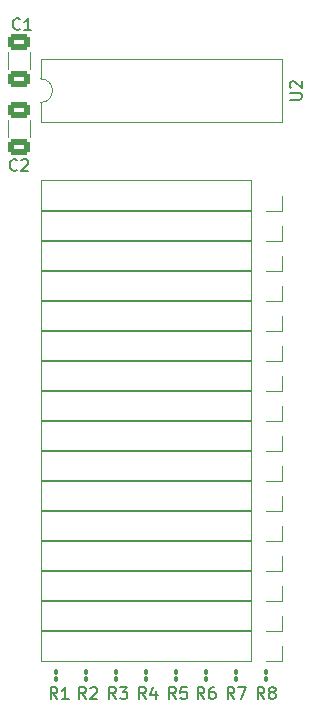
<source format=gto>
G04 #@! TF.GenerationSoftware,KiCad,Pcbnew,8.0.8-unknown-202502120121~a17639b16e~ubuntu24.04.1*
G04 #@! TF.CreationDate,2025-02-14T12:45:32-05:00*
G04 #@! TF.ProjectId,diode-matrix-rom-dip,64696f64-652d-46d6-9174-7269782d726f,v00*
G04 #@! TF.SameCoordinates,Original*
G04 #@! TF.FileFunction,Legend,Top*
G04 #@! TF.FilePolarity,Positive*
%FSLAX46Y46*%
G04 Gerber Fmt 4.6, Leading zero omitted, Abs format (unit mm)*
G04 Created by KiCad (PCBNEW 8.0.8-unknown-202502120121~a17639b16e~ubuntu24.04.1) date 2025-02-14 12:45:32*
%MOMM*%
%LPD*%
G01*
G04 APERTURE LIST*
G04 Aperture macros list*
%AMRoundRect*
0 Rectangle with rounded corners*
0 $1 Rounding radius*
0 $2 $3 $4 $5 $6 $7 $8 $9 X,Y pos of 4 corners*
0 Add a 4 corners polygon primitive as box body*
4,1,4,$2,$3,$4,$5,$6,$7,$8,$9,$2,$3,0*
0 Add four circle primitives for the rounded corners*
1,1,$1+$1,$2,$3*
1,1,$1+$1,$4,$5*
1,1,$1+$1,$6,$7*
1,1,$1+$1,$8,$9*
0 Add four rect primitives between the rounded corners*
20,1,$1+$1,$2,$3,$4,$5,0*
20,1,$1+$1,$4,$5,$6,$7,0*
20,1,$1+$1,$6,$7,$8,$9,0*
20,1,$1+$1,$8,$9,$2,$3,0*%
G04 Aperture macros list end*
%ADD10C,0.150000*%
%ADD11C,0.120000*%
%ADD12R,1.700000X1.700000*%
%ADD13O,1.700000X1.700000*%
%ADD14RoundRect,0.100000X-0.100000X0.130000X-0.100000X-0.130000X0.100000X-0.130000X0.100000X0.130000X0*%
%ADD15RoundRect,0.250000X-0.650000X0.412500X-0.650000X-0.412500X0.650000X-0.412500X0.650000X0.412500X0*%
%ADD16RoundRect,0.250000X0.650000X-0.412500X0.650000X0.412500X-0.650000X0.412500X-0.650000X-0.412500X0*%
%ADD17R,1.600000X1.600000*%
%ADD18O,1.600000X1.600000*%
G04 APERTURE END LIST*
D10*
X121880333Y-134058819D02*
X121547000Y-133582628D01*
X121308905Y-134058819D02*
X121308905Y-133058819D01*
X121308905Y-133058819D02*
X121689857Y-133058819D01*
X121689857Y-133058819D02*
X121785095Y-133106438D01*
X121785095Y-133106438D02*
X121832714Y-133154057D01*
X121832714Y-133154057D02*
X121880333Y-133249295D01*
X121880333Y-133249295D02*
X121880333Y-133392152D01*
X121880333Y-133392152D02*
X121832714Y-133487390D01*
X121832714Y-133487390D02*
X121785095Y-133535009D01*
X121785095Y-133535009D02*
X121689857Y-133582628D01*
X121689857Y-133582628D02*
X121308905Y-133582628D01*
X122261286Y-133154057D02*
X122308905Y-133106438D01*
X122308905Y-133106438D02*
X122404143Y-133058819D01*
X122404143Y-133058819D02*
X122642238Y-133058819D01*
X122642238Y-133058819D02*
X122737476Y-133106438D01*
X122737476Y-133106438D02*
X122785095Y-133154057D01*
X122785095Y-133154057D02*
X122832714Y-133249295D01*
X122832714Y-133249295D02*
X122832714Y-133344533D01*
X122832714Y-133344533D02*
X122785095Y-133487390D01*
X122785095Y-133487390D02*
X122213667Y-134058819D01*
X122213667Y-134058819D02*
X122832714Y-134058819D01*
X136993333Y-134058819D02*
X136660000Y-133582628D01*
X136421905Y-134058819D02*
X136421905Y-133058819D01*
X136421905Y-133058819D02*
X136802857Y-133058819D01*
X136802857Y-133058819D02*
X136898095Y-133106438D01*
X136898095Y-133106438D02*
X136945714Y-133154057D01*
X136945714Y-133154057D02*
X136993333Y-133249295D01*
X136993333Y-133249295D02*
X136993333Y-133392152D01*
X136993333Y-133392152D02*
X136945714Y-133487390D01*
X136945714Y-133487390D02*
X136898095Y-133535009D01*
X136898095Y-133535009D02*
X136802857Y-133582628D01*
X136802857Y-133582628D02*
X136421905Y-133582628D01*
X137564762Y-133487390D02*
X137469524Y-133439771D01*
X137469524Y-133439771D02*
X137421905Y-133392152D01*
X137421905Y-133392152D02*
X137374286Y-133296914D01*
X137374286Y-133296914D02*
X137374286Y-133249295D01*
X137374286Y-133249295D02*
X137421905Y-133154057D01*
X137421905Y-133154057D02*
X137469524Y-133106438D01*
X137469524Y-133106438D02*
X137564762Y-133058819D01*
X137564762Y-133058819D02*
X137755238Y-133058819D01*
X137755238Y-133058819D02*
X137850476Y-133106438D01*
X137850476Y-133106438D02*
X137898095Y-133154057D01*
X137898095Y-133154057D02*
X137945714Y-133249295D01*
X137945714Y-133249295D02*
X137945714Y-133296914D01*
X137945714Y-133296914D02*
X137898095Y-133392152D01*
X137898095Y-133392152D02*
X137850476Y-133439771D01*
X137850476Y-133439771D02*
X137755238Y-133487390D01*
X137755238Y-133487390D02*
X137564762Y-133487390D01*
X137564762Y-133487390D02*
X137469524Y-133535009D01*
X137469524Y-133535009D02*
X137421905Y-133582628D01*
X137421905Y-133582628D02*
X137374286Y-133677866D01*
X137374286Y-133677866D02*
X137374286Y-133868342D01*
X137374286Y-133868342D02*
X137421905Y-133963580D01*
X137421905Y-133963580D02*
X137469524Y-134011200D01*
X137469524Y-134011200D02*
X137564762Y-134058819D01*
X137564762Y-134058819D02*
X137755238Y-134058819D01*
X137755238Y-134058819D02*
X137850476Y-134011200D01*
X137850476Y-134011200D02*
X137898095Y-133963580D01*
X137898095Y-133963580D02*
X137945714Y-133868342D01*
X137945714Y-133868342D02*
X137945714Y-133677866D01*
X137945714Y-133677866D02*
X137898095Y-133582628D01*
X137898095Y-133582628D02*
X137850476Y-133535009D01*
X137850476Y-133535009D02*
X137755238Y-133487390D01*
X119467333Y-134058819D02*
X119134000Y-133582628D01*
X118895905Y-134058819D02*
X118895905Y-133058819D01*
X118895905Y-133058819D02*
X119276857Y-133058819D01*
X119276857Y-133058819D02*
X119372095Y-133106438D01*
X119372095Y-133106438D02*
X119419714Y-133154057D01*
X119419714Y-133154057D02*
X119467333Y-133249295D01*
X119467333Y-133249295D02*
X119467333Y-133392152D01*
X119467333Y-133392152D02*
X119419714Y-133487390D01*
X119419714Y-133487390D02*
X119372095Y-133535009D01*
X119372095Y-133535009D02*
X119276857Y-133582628D01*
X119276857Y-133582628D02*
X118895905Y-133582628D01*
X120419714Y-134058819D02*
X119848286Y-134058819D01*
X120134000Y-134058819D02*
X120134000Y-133058819D01*
X120134000Y-133058819D02*
X120038762Y-133201676D01*
X120038762Y-133201676D02*
X119943524Y-133296914D01*
X119943524Y-133296914D02*
X119848286Y-133344533D01*
X116038333Y-89259580D02*
X115990714Y-89307200D01*
X115990714Y-89307200D02*
X115847857Y-89354819D01*
X115847857Y-89354819D02*
X115752619Y-89354819D01*
X115752619Y-89354819D02*
X115609762Y-89307200D01*
X115609762Y-89307200D02*
X115514524Y-89211961D01*
X115514524Y-89211961D02*
X115466905Y-89116723D01*
X115466905Y-89116723D02*
X115419286Y-88926247D01*
X115419286Y-88926247D02*
X115419286Y-88783390D01*
X115419286Y-88783390D02*
X115466905Y-88592914D01*
X115466905Y-88592914D02*
X115514524Y-88497676D01*
X115514524Y-88497676D02*
X115609762Y-88402438D01*
X115609762Y-88402438D02*
X115752619Y-88354819D01*
X115752619Y-88354819D02*
X115847857Y-88354819D01*
X115847857Y-88354819D02*
X115990714Y-88402438D01*
X115990714Y-88402438D02*
X116038333Y-88450057D01*
X116419286Y-88450057D02*
X116466905Y-88402438D01*
X116466905Y-88402438D02*
X116562143Y-88354819D01*
X116562143Y-88354819D02*
X116800238Y-88354819D01*
X116800238Y-88354819D02*
X116895476Y-88402438D01*
X116895476Y-88402438D02*
X116943095Y-88450057D01*
X116943095Y-88450057D02*
X116990714Y-88545295D01*
X116990714Y-88545295D02*
X116990714Y-88640533D01*
X116990714Y-88640533D02*
X116943095Y-88783390D01*
X116943095Y-88783390D02*
X116371667Y-89354819D01*
X116371667Y-89354819D02*
X116990714Y-89354819D01*
X116292333Y-77321580D02*
X116244714Y-77369200D01*
X116244714Y-77369200D02*
X116101857Y-77416819D01*
X116101857Y-77416819D02*
X116006619Y-77416819D01*
X116006619Y-77416819D02*
X115863762Y-77369200D01*
X115863762Y-77369200D02*
X115768524Y-77273961D01*
X115768524Y-77273961D02*
X115720905Y-77178723D01*
X115720905Y-77178723D02*
X115673286Y-76988247D01*
X115673286Y-76988247D02*
X115673286Y-76845390D01*
X115673286Y-76845390D02*
X115720905Y-76654914D01*
X115720905Y-76654914D02*
X115768524Y-76559676D01*
X115768524Y-76559676D02*
X115863762Y-76464438D01*
X115863762Y-76464438D02*
X116006619Y-76416819D01*
X116006619Y-76416819D02*
X116101857Y-76416819D01*
X116101857Y-76416819D02*
X116244714Y-76464438D01*
X116244714Y-76464438D02*
X116292333Y-76512057D01*
X117244714Y-77416819D02*
X116673286Y-77416819D01*
X116959000Y-77416819D02*
X116959000Y-76416819D01*
X116959000Y-76416819D02*
X116863762Y-76559676D01*
X116863762Y-76559676D02*
X116768524Y-76654914D01*
X116768524Y-76654914D02*
X116673286Y-76702533D01*
X131913333Y-134058819D02*
X131580000Y-133582628D01*
X131341905Y-134058819D02*
X131341905Y-133058819D01*
X131341905Y-133058819D02*
X131722857Y-133058819D01*
X131722857Y-133058819D02*
X131818095Y-133106438D01*
X131818095Y-133106438D02*
X131865714Y-133154057D01*
X131865714Y-133154057D02*
X131913333Y-133249295D01*
X131913333Y-133249295D02*
X131913333Y-133392152D01*
X131913333Y-133392152D02*
X131865714Y-133487390D01*
X131865714Y-133487390D02*
X131818095Y-133535009D01*
X131818095Y-133535009D02*
X131722857Y-133582628D01*
X131722857Y-133582628D02*
X131341905Y-133582628D01*
X132770476Y-133058819D02*
X132580000Y-133058819D01*
X132580000Y-133058819D02*
X132484762Y-133106438D01*
X132484762Y-133106438D02*
X132437143Y-133154057D01*
X132437143Y-133154057D02*
X132341905Y-133296914D01*
X132341905Y-133296914D02*
X132294286Y-133487390D01*
X132294286Y-133487390D02*
X132294286Y-133868342D01*
X132294286Y-133868342D02*
X132341905Y-133963580D01*
X132341905Y-133963580D02*
X132389524Y-134011200D01*
X132389524Y-134011200D02*
X132484762Y-134058819D01*
X132484762Y-134058819D02*
X132675238Y-134058819D01*
X132675238Y-134058819D02*
X132770476Y-134011200D01*
X132770476Y-134011200D02*
X132818095Y-133963580D01*
X132818095Y-133963580D02*
X132865714Y-133868342D01*
X132865714Y-133868342D02*
X132865714Y-133630247D01*
X132865714Y-133630247D02*
X132818095Y-133535009D01*
X132818095Y-133535009D02*
X132770476Y-133487390D01*
X132770476Y-133487390D02*
X132675238Y-133439771D01*
X132675238Y-133439771D02*
X132484762Y-133439771D01*
X132484762Y-133439771D02*
X132389524Y-133487390D01*
X132389524Y-133487390D02*
X132341905Y-133535009D01*
X132341905Y-133535009D02*
X132294286Y-133630247D01*
X134453333Y-134058819D02*
X134120000Y-133582628D01*
X133881905Y-134058819D02*
X133881905Y-133058819D01*
X133881905Y-133058819D02*
X134262857Y-133058819D01*
X134262857Y-133058819D02*
X134358095Y-133106438D01*
X134358095Y-133106438D02*
X134405714Y-133154057D01*
X134405714Y-133154057D02*
X134453333Y-133249295D01*
X134453333Y-133249295D02*
X134453333Y-133392152D01*
X134453333Y-133392152D02*
X134405714Y-133487390D01*
X134405714Y-133487390D02*
X134358095Y-133535009D01*
X134358095Y-133535009D02*
X134262857Y-133582628D01*
X134262857Y-133582628D02*
X133881905Y-133582628D01*
X134786667Y-133058819D02*
X135453333Y-133058819D01*
X135453333Y-133058819D02*
X135024762Y-134058819D01*
X139154819Y-83311904D02*
X139964342Y-83311904D01*
X139964342Y-83311904D02*
X140059580Y-83264285D01*
X140059580Y-83264285D02*
X140107200Y-83216666D01*
X140107200Y-83216666D02*
X140154819Y-83121428D01*
X140154819Y-83121428D02*
X140154819Y-82930952D01*
X140154819Y-82930952D02*
X140107200Y-82835714D01*
X140107200Y-82835714D02*
X140059580Y-82788095D01*
X140059580Y-82788095D02*
X139964342Y-82740476D01*
X139964342Y-82740476D02*
X139154819Y-82740476D01*
X139250057Y-82311904D02*
X139202438Y-82264285D01*
X139202438Y-82264285D02*
X139154819Y-82169047D01*
X139154819Y-82169047D02*
X139154819Y-81930952D01*
X139154819Y-81930952D02*
X139202438Y-81835714D01*
X139202438Y-81835714D02*
X139250057Y-81788095D01*
X139250057Y-81788095D02*
X139345295Y-81740476D01*
X139345295Y-81740476D02*
X139440533Y-81740476D01*
X139440533Y-81740476D02*
X139583390Y-81788095D01*
X139583390Y-81788095D02*
X140154819Y-82359523D01*
X140154819Y-82359523D02*
X140154819Y-81740476D01*
X126960333Y-134058819D02*
X126627000Y-133582628D01*
X126388905Y-134058819D02*
X126388905Y-133058819D01*
X126388905Y-133058819D02*
X126769857Y-133058819D01*
X126769857Y-133058819D02*
X126865095Y-133106438D01*
X126865095Y-133106438D02*
X126912714Y-133154057D01*
X126912714Y-133154057D02*
X126960333Y-133249295D01*
X126960333Y-133249295D02*
X126960333Y-133392152D01*
X126960333Y-133392152D02*
X126912714Y-133487390D01*
X126912714Y-133487390D02*
X126865095Y-133535009D01*
X126865095Y-133535009D02*
X126769857Y-133582628D01*
X126769857Y-133582628D02*
X126388905Y-133582628D01*
X127817476Y-133392152D02*
X127817476Y-134058819D01*
X127579381Y-133011200D02*
X127341286Y-133725485D01*
X127341286Y-133725485D02*
X127960333Y-133725485D01*
X129500333Y-134058819D02*
X129167000Y-133582628D01*
X128928905Y-134058819D02*
X128928905Y-133058819D01*
X128928905Y-133058819D02*
X129309857Y-133058819D01*
X129309857Y-133058819D02*
X129405095Y-133106438D01*
X129405095Y-133106438D02*
X129452714Y-133154057D01*
X129452714Y-133154057D02*
X129500333Y-133249295D01*
X129500333Y-133249295D02*
X129500333Y-133392152D01*
X129500333Y-133392152D02*
X129452714Y-133487390D01*
X129452714Y-133487390D02*
X129405095Y-133535009D01*
X129405095Y-133535009D02*
X129309857Y-133582628D01*
X129309857Y-133582628D02*
X128928905Y-133582628D01*
X130405095Y-133058819D02*
X129928905Y-133058819D01*
X129928905Y-133058819D02*
X129881286Y-133535009D01*
X129881286Y-133535009D02*
X129928905Y-133487390D01*
X129928905Y-133487390D02*
X130024143Y-133439771D01*
X130024143Y-133439771D02*
X130262238Y-133439771D01*
X130262238Y-133439771D02*
X130357476Y-133487390D01*
X130357476Y-133487390D02*
X130405095Y-133535009D01*
X130405095Y-133535009D02*
X130452714Y-133630247D01*
X130452714Y-133630247D02*
X130452714Y-133868342D01*
X130452714Y-133868342D02*
X130405095Y-133963580D01*
X130405095Y-133963580D02*
X130357476Y-134011200D01*
X130357476Y-134011200D02*
X130262238Y-134058819D01*
X130262238Y-134058819D02*
X130024143Y-134058819D01*
X130024143Y-134058819D02*
X129928905Y-134011200D01*
X129928905Y-134011200D02*
X129881286Y-133963580D01*
X124420333Y-134058819D02*
X124087000Y-133582628D01*
X123848905Y-134058819D02*
X123848905Y-133058819D01*
X123848905Y-133058819D02*
X124229857Y-133058819D01*
X124229857Y-133058819D02*
X124325095Y-133106438D01*
X124325095Y-133106438D02*
X124372714Y-133154057D01*
X124372714Y-133154057D02*
X124420333Y-133249295D01*
X124420333Y-133249295D02*
X124420333Y-133392152D01*
X124420333Y-133392152D02*
X124372714Y-133487390D01*
X124372714Y-133487390D02*
X124325095Y-133535009D01*
X124325095Y-133535009D02*
X124229857Y-133582628D01*
X124229857Y-133582628D02*
X123848905Y-133582628D01*
X124753667Y-133058819D02*
X125372714Y-133058819D01*
X125372714Y-133058819D02*
X125039381Y-133439771D01*
X125039381Y-133439771D02*
X125182238Y-133439771D01*
X125182238Y-133439771D02*
X125277476Y-133487390D01*
X125277476Y-133487390D02*
X125325095Y-133535009D01*
X125325095Y-133535009D02*
X125372714Y-133630247D01*
X125372714Y-133630247D02*
X125372714Y-133868342D01*
X125372714Y-133868342D02*
X125325095Y-133963580D01*
X125325095Y-133963580D02*
X125277476Y-134011200D01*
X125277476Y-134011200D02*
X125182238Y-134058819D01*
X125182238Y-134058819D02*
X124896524Y-134058819D01*
X124896524Y-134058819D02*
X124801286Y-134011200D01*
X124801286Y-134011200D02*
X124753667Y-133963580D01*
D11*
X118050000Y-112970000D02*
X118050000Y-115630000D01*
X135890000Y-112970000D02*
X118050000Y-112970000D01*
X135890000Y-112970000D02*
X135890000Y-115630000D01*
X135890000Y-115630000D02*
X118050000Y-115630000D01*
X138490000Y-114300000D02*
X138490000Y-115630000D01*
X138490000Y-115630000D02*
X137160000Y-115630000D01*
X115295000Y-85013748D02*
X115295000Y-86436252D01*
X117115000Y-85013748D02*
X117115000Y-86436252D01*
X115295000Y-80721252D02*
X115295000Y-79298748D01*
X117115000Y-80721252D02*
X117115000Y-79298748D01*
X118050000Y-118050000D02*
X118050000Y-120710000D01*
X135890000Y-118050000D02*
X118050000Y-118050000D01*
X135890000Y-118050000D02*
X135890000Y-120710000D01*
X135890000Y-120710000D02*
X118050000Y-120710000D01*
X138490000Y-119380000D02*
X138490000Y-120710000D01*
X138490000Y-120710000D02*
X137160000Y-120710000D01*
X118050000Y-100270000D02*
X118050000Y-102930000D01*
X135890000Y-100270000D02*
X118050000Y-100270000D01*
X135890000Y-100270000D02*
X135890000Y-102930000D01*
X135890000Y-102930000D02*
X118050000Y-102930000D01*
X138490000Y-101600000D02*
X138490000Y-102930000D01*
X138490000Y-102930000D02*
X137160000Y-102930000D01*
X118050000Y-95190000D02*
X118050000Y-97850000D01*
X135890000Y-95190000D02*
X118050000Y-95190000D01*
X135890000Y-95190000D02*
X135890000Y-97850000D01*
X135890000Y-97850000D02*
X118050000Y-97850000D01*
X138490000Y-96520000D02*
X138490000Y-97850000D01*
X138490000Y-97850000D02*
X137160000Y-97850000D01*
X118050000Y-105350000D02*
X118050000Y-108010000D01*
X135890000Y-105350000D02*
X118050000Y-105350000D01*
X135890000Y-105350000D02*
X135890000Y-108010000D01*
X135890000Y-108010000D02*
X118050000Y-108010000D01*
X138490000Y-106680000D02*
X138490000Y-108010000D01*
X138490000Y-108010000D02*
X137160000Y-108010000D01*
X118050000Y-102810000D02*
X118050000Y-105470000D01*
X135890000Y-102810000D02*
X118050000Y-102810000D01*
X135890000Y-102810000D02*
X135890000Y-105470000D01*
X135890000Y-105470000D02*
X118050000Y-105470000D01*
X138490000Y-104140000D02*
X138490000Y-105470000D01*
X138490000Y-105470000D02*
X137160000Y-105470000D01*
X118050000Y-79900000D02*
X118050000Y-81550000D01*
X118050000Y-83550000D02*
X118050000Y-85200000D01*
X118050000Y-85200000D02*
X138490000Y-85200000D01*
X138490000Y-79900000D02*
X118050000Y-79900000D01*
X138490000Y-85200000D02*
X138490000Y-79900000D01*
X118050000Y-81550000D02*
G75*
G02*
X118050000Y-83550000I0J-1000000D01*
G01*
X118050000Y-123130000D02*
X118050000Y-125790000D01*
X135890000Y-123130000D02*
X118050000Y-123130000D01*
X135890000Y-123130000D02*
X135890000Y-125790000D01*
X135890000Y-125790000D02*
X118050000Y-125790000D01*
X138490000Y-124460000D02*
X138490000Y-125790000D01*
X138490000Y-125790000D02*
X137160000Y-125790000D01*
X118050000Y-120590000D02*
X118050000Y-123250000D01*
X135890000Y-120590000D02*
X118050000Y-120590000D01*
X135890000Y-120590000D02*
X135890000Y-123250000D01*
X135890000Y-123250000D02*
X118050000Y-123250000D01*
X138490000Y-121920000D02*
X138490000Y-123250000D01*
X138490000Y-123250000D02*
X137160000Y-123250000D01*
X118050000Y-92650000D02*
X118050000Y-95310000D01*
X135890000Y-92650000D02*
X118050000Y-92650000D01*
X135890000Y-92650000D02*
X135890000Y-95310000D01*
X135890000Y-95310000D02*
X118050000Y-95310000D01*
X138490000Y-93980000D02*
X138490000Y-95310000D01*
X138490000Y-95310000D02*
X137160000Y-95310000D01*
X118050000Y-90110000D02*
X118050000Y-92770000D01*
X135890000Y-90110000D02*
X118050000Y-90110000D01*
X135890000Y-90110000D02*
X135890000Y-92770000D01*
X135890000Y-92770000D02*
X118050000Y-92770000D01*
X138490000Y-91440000D02*
X138490000Y-92770000D01*
X138490000Y-92770000D02*
X137160000Y-92770000D01*
X118050000Y-115510000D02*
X118050000Y-118170000D01*
X135890000Y-115510000D02*
X118050000Y-115510000D01*
X135890000Y-115510000D02*
X135890000Y-118170000D01*
X135890000Y-118170000D02*
X118050000Y-118170000D01*
X138490000Y-116840000D02*
X138490000Y-118170000D01*
X138490000Y-118170000D02*
X137160000Y-118170000D01*
X118050000Y-107890000D02*
X118050000Y-110550000D01*
X135890000Y-107890000D02*
X118050000Y-107890000D01*
X135890000Y-107890000D02*
X135890000Y-110550000D01*
X135890000Y-110550000D02*
X118050000Y-110550000D01*
X138490000Y-109220000D02*
X138490000Y-110550000D01*
X138490000Y-110550000D02*
X137160000Y-110550000D01*
X118050000Y-125670000D02*
X118050000Y-128330000D01*
X135890000Y-125670000D02*
X118050000Y-125670000D01*
X135890000Y-125670000D02*
X135890000Y-128330000D01*
X135890000Y-128330000D02*
X118050000Y-128330000D01*
X138490000Y-127000000D02*
X138490000Y-128330000D01*
X138490000Y-128330000D02*
X137160000Y-128330000D01*
X118050000Y-97730000D02*
X118050000Y-100390000D01*
X135890000Y-97730000D02*
X118050000Y-97730000D01*
X135890000Y-97730000D02*
X135890000Y-100390000D01*
X135890000Y-100390000D02*
X118050000Y-100390000D01*
X138490000Y-99060000D02*
X138490000Y-100390000D01*
X138490000Y-100390000D02*
X137160000Y-100390000D01*
X118050000Y-128210000D02*
X118050000Y-130870000D01*
X135890000Y-128210000D02*
X118050000Y-128210000D01*
X135890000Y-128210000D02*
X135890000Y-130870000D01*
X135890000Y-130870000D02*
X118050000Y-130870000D01*
X138490000Y-129540000D02*
X138490000Y-130870000D01*
X138490000Y-130870000D02*
X137160000Y-130870000D01*
X118050000Y-110430000D02*
X118050000Y-113090000D01*
X135890000Y-110430000D02*
X118050000Y-110430000D01*
X135890000Y-110430000D02*
X135890000Y-113090000D01*
X135890000Y-113090000D02*
X118050000Y-113090000D01*
X138490000Y-111760000D02*
X138490000Y-113090000D01*
X138490000Y-113090000D02*
X137160000Y-113090000D01*
%LPC*%
D12*
X137160000Y-114300000D03*
D13*
X134620000Y-114300000D03*
X132080000Y-114300000D03*
X129540000Y-114300000D03*
X127000000Y-114300000D03*
X124460000Y-114300000D03*
X121920000Y-114300000D03*
X119380000Y-114300000D03*
D14*
X121920000Y-131760000D03*
X121920000Y-132400000D03*
X137160000Y-131760000D03*
X137160000Y-132400000D03*
X119380000Y-131760000D03*
X119380000Y-132400000D03*
D15*
X116205000Y-84162500D03*
X116205000Y-87287500D03*
D16*
X116205000Y-81572500D03*
X116205000Y-78447500D03*
D14*
X132080000Y-131760000D03*
X132080000Y-132400000D03*
X134620000Y-131760000D03*
X134620000Y-132400000D03*
D12*
X137160000Y-119380000D03*
D13*
X134620000Y-119380000D03*
X132080000Y-119380000D03*
X129540000Y-119380000D03*
X127000000Y-119380000D03*
X124460000Y-119380000D03*
X121920000Y-119380000D03*
X119380000Y-119380000D03*
D12*
X137160000Y-101600000D03*
D13*
X134620000Y-101600000D03*
X132080000Y-101600000D03*
X129540000Y-101600000D03*
X127000000Y-101600000D03*
X124460000Y-101600000D03*
X121920000Y-101600000D03*
X119380000Y-101600000D03*
D12*
X137160000Y-96520000D03*
D13*
X134620000Y-96520000D03*
X132080000Y-96520000D03*
X129540000Y-96520000D03*
X127000000Y-96520000D03*
X124460000Y-96520000D03*
X121920000Y-96520000D03*
X119380000Y-96520000D03*
D12*
X137160000Y-106680000D03*
D13*
X134620000Y-106680000D03*
X132080000Y-106680000D03*
X129540000Y-106680000D03*
X127000000Y-106680000D03*
X124460000Y-106680000D03*
X121920000Y-106680000D03*
X119380000Y-106680000D03*
D12*
X137160000Y-104140000D03*
D13*
X134620000Y-104140000D03*
X132080000Y-104140000D03*
X129540000Y-104140000D03*
X127000000Y-104140000D03*
X124460000Y-104140000D03*
X121920000Y-104140000D03*
X119380000Y-104140000D03*
D17*
X119380000Y-86360000D03*
D18*
X121920000Y-86360000D03*
X124460000Y-86360000D03*
X127000000Y-86360000D03*
X129540000Y-86360000D03*
X132080000Y-86360000D03*
X134620000Y-86360000D03*
X137160000Y-86360000D03*
X137160000Y-78740000D03*
X134620000Y-78740000D03*
X132080000Y-78740000D03*
X129540000Y-78740000D03*
X127000000Y-78740000D03*
X124460000Y-78740000D03*
X121920000Y-78740000D03*
X119380000Y-78740000D03*
D14*
X127000000Y-131760000D03*
X127000000Y-132400000D03*
D12*
X137160000Y-124460000D03*
D13*
X134620000Y-124460000D03*
X132080000Y-124460000D03*
X129540000Y-124460000D03*
X127000000Y-124460000D03*
X124460000Y-124460000D03*
X121920000Y-124460000D03*
X119380000Y-124460000D03*
D14*
X129540000Y-131760000D03*
X129540000Y-132400000D03*
X124460000Y-131760000D03*
X124460000Y-132400000D03*
D12*
X137160000Y-121920000D03*
D13*
X134620000Y-121920000D03*
X132080000Y-121920000D03*
X129540000Y-121920000D03*
X127000000Y-121920000D03*
X124460000Y-121920000D03*
X121920000Y-121920000D03*
X119380000Y-121920000D03*
D12*
X137160000Y-93980000D03*
D13*
X134620000Y-93980000D03*
X132080000Y-93980000D03*
X129540000Y-93980000D03*
X127000000Y-93980000D03*
X124460000Y-93980000D03*
X121920000Y-93980000D03*
X119380000Y-93980000D03*
D12*
X137160000Y-91440000D03*
D13*
X134620000Y-91440000D03*
X132080000Y-91440000D03*
X129540000Y-91440000D03*
X127000000Y-91440000D03*
X124460000Y-91440000D03*
X121920000Y-91440000D03*
X119380000Y-91440000D03*
D12*
X137160000Y-116840000D03*
D13*
X134620000Y-116840000D03*
X132080000Y-116840000D03*
X129540000Y-116840000D03*
X127000000Y-116840000D03*
X124460000Y-116840000D03*
X121920000Y-116840000D03*
X119380000Y-116840000D03*
D12*
X137160000Y-109220000D03*
D13*
X134620000Y-109220000D03*
X132080000Y-109220000D03*
X129540000Y-109220000D03*
X127000000Y-109220000D03*
X124460000Y-109220000D03*
X121920000Y-109220000D03*
X119380000Y-109220000D03*
D12*
X137160000Y-127000000D03*
D13*
X134620000Y-127000000D03*
X132080000Y-127000000D03*
X129540000Y-127000000D03*
X127000000Y-127000000D03*
X124460000Y-127000000D03*
X121920000Y-127000000D03*
X119380000Y-127000000D03*
D12*
X137160000Y-99060000D03*
D13*
X134620000Y-99060000D03*
X132080000Y-99060000D03*
X129540000Y-99060000D03*
X127000000Y-99060000D03*
X124460000Y-99060000D03*
X121920000Y-99060000D03*
X119380000Y-99060000D03*
D12*
X137160000Y-129540000D03*
D13*
X134620000Y-129540000D03*
X132080000Y-129540000D03*
X129540000Y-129540000D03*
X127000000Y-129540000D03*
X124460000Y-129540000D03*
X121920000Y-129540000D03*
X119380000Y-129540000D03*
D12*
X137160000Y-111760000D03*
D13*
X134620000Y-111760000D03*
X132080000Y-111760000D03*
X129540000Y-111760000D03*
X127000000Y-111760000D03*
X124460000Y-111760000D03*
X121920000Y-111760000D03*
X119380000Y-111760000D03*
D12*
X116840000Y-91440000D03*
D13*
X116840000Y-93980000D03*
X116840000Y-96520000D03*
X116840000Y-99060000D03*
X116840000Y-101600000D03*
X116840000Y-104140000D03*
X116840000Y-106680000D03*
X116840000Y-109220000D03*
X116840000Y-111760000D03*
X116840000Y-114300000D03*
X116840000Y-116840000D03*
X116840000Y-119380000D03*
X116840000Y-121920000D03*
X116840000Y-124460000D03*
X116840000Y-127000000D03*
X116840000Y-129540000D03*
X116840000Y-132080000D03*
D12*
X139700000Y-91440000D03*
D13*
X139700000Y-93980000D03*
X139700000Y-96520000D03*
X139700000Y-99060000D03*
X139700000Y-101600000D03*
X139700000Y-104140000D03*
X139700000Y-106680000D03*
X139700000Y-109220000D03*
X139700000Y-111760000D03*
X139700000Y-114300000D03*
X139700000Y-116840000D03*
X139700000Y-119380000D03*
X139700000Y-121920000D03*
X139700000Y-124460000D03*
X139700000Y-127000000D03*
X139700000Y-129540000D03*
X139700000Y-132080000D03*
%LPD*%
M02*

</source>
